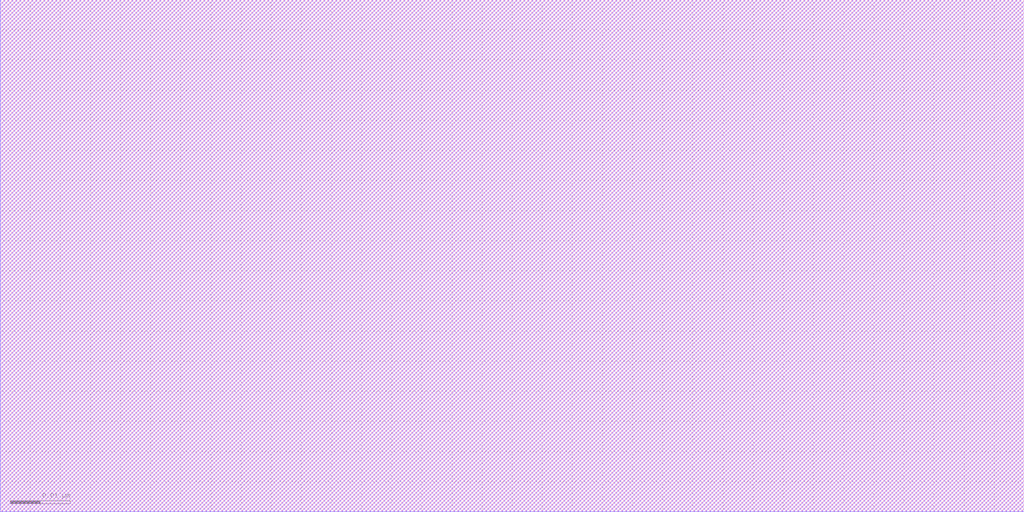
<source format=lef>
# Copyright 2020 The SkyWater PDK Authors
#
# Licensed under the Apache License, Version 2.0 (the "License");
# you may not use this file except in compliance with the License.
# You may obtain a copy of the License at
#
#     https://www.apache.org/licenses/LICENSE-2.0
#
# Unless required by applicable law or agreed to in writing, software
# distributed under the License is distributed on an "AS IS" BASIS,
# WITHOUT WARRANTIES OR CONDITIONS OF ANY KIND, either express or implied.
# See the License for the specific language governing permissions and
# limitations under the License.
#
# SPDX-License-Identifier: Apache-2.0

VERSION 5.7 ;
  NOWIREEXTENSIONATPIN ON ;
  DIVIDERCHAR "/" ;
  BUSBITCHARS "[]" ;
MACRO sky130_fd_bd_sram__sram_dp_mcon_05
  CLASS BLOCK ;
  FOREIGN sky130_fd_bd_sram__sram_dp_mcon_05 ;
  ORIGIN  0.085000  0.000000 ;
  SIZE  0.170000 BY  0.085000 ;
  OBS
    LAYER li1 ;
      RECT -0.085000 0.000000 0.085000 0.085000 ;
    LAYER met1 ;
      RECT -0.085000 0.000000 0.085000 0.085000 ;
  END
END sky130_fd_bd_sram__sram_dp_mcon_05
END LIBRARY

</source>
